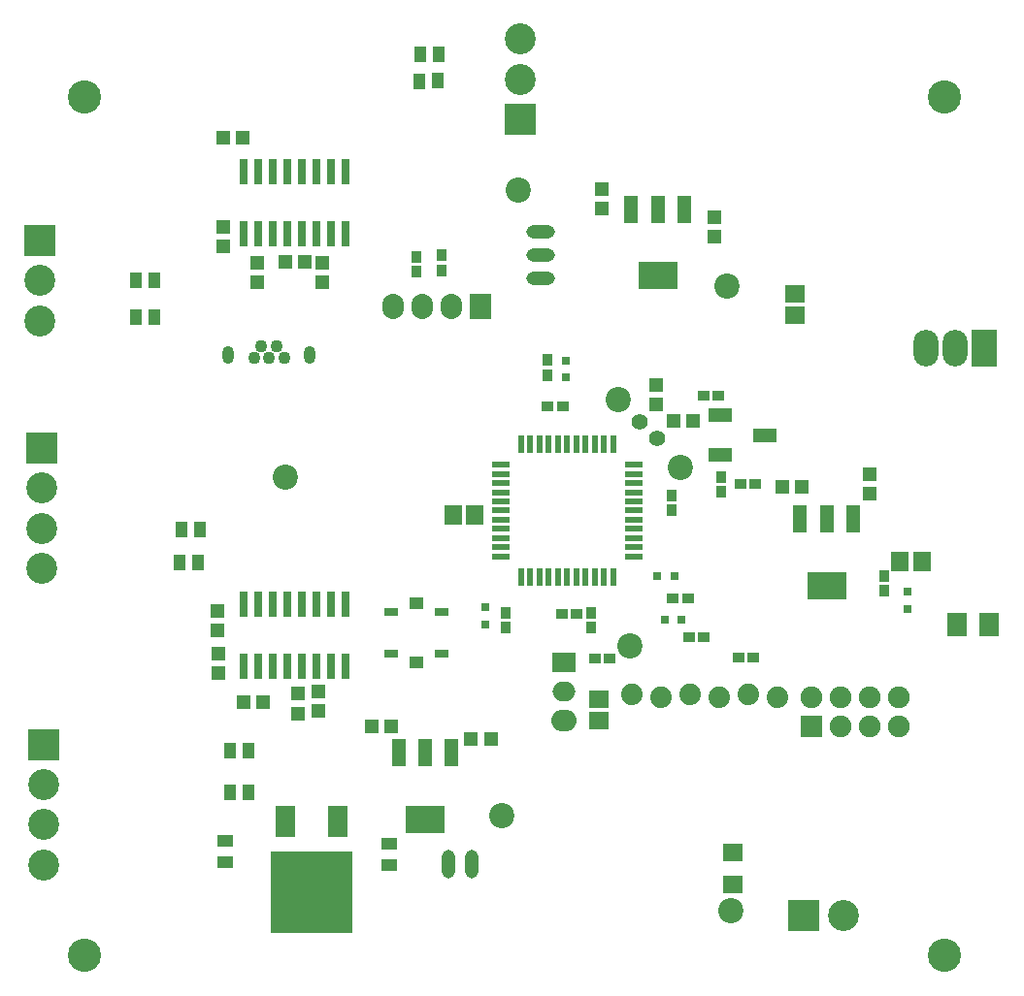
<source format=gts>
G04 DipTrace 3.3.1.3*
G04 HypermaqBottomsidev0.1.gts*
%MOMM*%
G04 #@! TF.FileFunction,Soldermask,Top*
G04 #@! TF.Part,Single*
%AMOUTLINE1*
4,1,4,
-0.55008,-0.45008,
-0.55008,0.45008,
0.55008,0.45008,
0.55008,-0.45008,
-0.55008,-0.45008,
0*%
%AMOUTLINE4*
4,1,4,
0.45008,-0.55008,
-0.45008,-0.55008,
-0.45008,0.55008,
0.45008,0.55008,
0.45008,-0.55008,
0*%
%AMOUTLINE7*
4,1,4,
1.00008,-0.60008,
-1.00008,-0.60008,
-1.00008,0.60008,
1.00008,0.60008,
1.00008,-0.60008,
0*%
%ADD45R,1.8X1.6*%
%ADD46R,0.8X0.8*%
%ADD57O,2.0X1.7*%
%ADD58R,2.0X1.7*%
%ADD61C,1.8796*%
%ADD70R,1.5X0.5*%
%ADD71R,0.5X1.5*%
%ADD77O,1.2X2.5*%
%ADD84O,2.5X1.2*%
%ADD87C,2.9*%
%ADD96C,1.40015*%
%ADD100R,3.45015X2.35015*%
%ADD102R,1.15015X2.35015*%
%ADD104O,2.20015X3.20015*%
%ADD106R,2.20015X3.20015*%
%ADD110C,3.20015*%
%ADD112R,7.20015X7.20015*%
%ADD114R,1.70015X2.70015*%
%ADD120R,0.80015X2.20015*%
%ADD122C,1.90015*%
%ADD124R,1.90015X1.90015*%
%ADD126R,1.20015X1.00015*%
%ADD128R,1.20015X0.80015*%
%ADD130R,1.00015X1.40015*%
%ADD136O,2.20015X1.90015*%
%ADD138O,1.00015X1.55015*%
%ADD140C,1.10015*%
%ADD142R,2.70015X2.70015*%
%ADD144C,2.70015*%
%ADD146R,1.90015X2.20015*%
%ADD148O,1.90015X2.20015*%
%ADD152C,2.20015*%
%ADD156R,1.40015X1.00015*%
%ADD158R,1.80015X2.00015*%
%ADD160R,1.50015X1.70015*%
%ADD162R,0.90015X1.10015*%
%ADD164R,1.10015X0.90015*%
%ADD166R,1.70015X1.50015*%
%ADD168R,1.30015X1.20015*%
%ADD170R,1.20015X1.30015*%
%ADD177OUTLINE1*%
%ADD180OUTLINE4*%
%ADD183OUTLINE7*%
%FSLAX35Y35*%
G04*
G71*
G90*
G75*
G01*
G04 TopMask*
%LPD*%
D170*
X3036500Y3306373D3*
Y3136373D3*
X3074500Y7049253D3*
Y6879253D3*
X2206623Y7366000D3*
Y7196000D3*
D168*
X2745623Y7054247D3*
X2915623D3*
X2206623Y8143877D3*
X2376623D3*
D170*
X2505623Y7049253D3*
Y6879253D3*
D168*
X2555873Y3211497D3*
X2385873D3*
D170*
X2861873Y3115877D3*
Y3285877D3*
X2153123Y3840500D3*
Y4010500D3*
D166*
X5481000Y3242620D3*
Y3052620D3*
D170*
X2163373Y3639747D3*
Y3469747D3*
X5983623Y5979000D3*
Y5809000D3*
D168*
X6306750Y5671750D3*
X6136750D3*
D164*
X5036750Y5798750D3*
X5166750D3*
D162*
X6116250Y5020877D3*
Y4890877D3*
D164*
X5159373Y3984627D3*
X5289373D3*
D160*
X4401753Y4846250D3*
X4211753D3*
D158*
X8890000Y3889377D3*
X8610000D3*
D160*
X8302623Y4445003D3*
X8112623D3*
D168*
X4370000Y2893623D3*
X4540000D3*
D170*
X7842250Y5032377D3*
Y5202377D3*
D168*
X7254873Y5095873D3*
X7084873D3*
X3671500Y3004747D3*
X3501500D3*
D170*
X6492873Y7445373D3*
Y7275373D3*
X5508623Y7524750D3*
Y7694750D3*
D156*
X2222500Y2000253D3*
Y1820253D3*
X3651250Y1793877D3*
Y1973877D3*
D166*
X7191623Y6778377D3*
Y6588377D3*
D45*
X6651623Y1899250D3*
Y1619250D3*
D152*
X4635500Y2222500D3*
X6635750Y1397003D3*
X6604000Y6842127D3*
X2746373Y5175250D3*
X4778373Y7683500D3*
D46*
X4497000Y3893753D3*
Y4043753D3*
D148*
X3687373Y6671873D3*
X3941373D3*
X4195373D3*
D146*
X4449373D3*
D144*
X7620000Y1349377D3*
D142*
X7270000D3*
D144*
X626750Y4380373D3*
Y4730373D3*
Y5080373D3*
D142*
Y5430373D3*
D144*
X642627Y1794247D3*
Y2144247D3*
Y2494247D3*
D142*
Y2844247D3*
D144*
X4794250Y9001127D3*
Y8651127D3*
D142*
Y8301127D3*
D140*
X2476500Y6223003D3*
D138*
X2964000Y6245003D3*
D140*
X2671500Y6323003D3*
X2606500Y6223003D3*
X2736500D3*
X2541500Y6323003D3*
D138*
X2249500Y6245003D3*
D136*
X5179623Y3052377D3*
D57*
Y3306377D3*
D58*
Y3560377D3*
D61*
X7041500Y3252250D3*
X6787500Y3277650D3*
X6533500Y3252250D3*
X6279500Y3277650D3*
X6025500Y3252250D3*
X5771500Y3277650D3*
D144*
X607620Y6544873D3*
Y6894873D3*
D142*
Y7244873D3*
D130*
X3929060Y8866187D3*
X4089060Y8866887D3*
X3921123Y8636000D3*
X4081123Y8636700D3*
X1988753Y4433497D3*
X1828753Y4432797D3*
X2004623Y4719250D3*
X1844623Y4718550D3*
X2424753Y2429997D3*
X2264753Y2429297D3*
X2424753Y2790000D3*
X2264753Y2789300D3*
X1603377Y6572250D3*
X1443377Y6571550D3*
X1607753Y6894123D3*
X1447753Y6893423D3*
D46*
X5195500Y6195623D3*
Y6045623D3*
X8175623Y4175127D3*
Y4025127D3*
X6143623Y4318003D3*
X5993623D3*
D164*
X5449500Y3592123D3*
X5579500D3*
D162*
X5419750Y3992250D3*
Y3862250D3*
D164*
X6699750Y3602250D3*
X6829750D3*
X6259123Y4116000D3*
X6129123D3*
X6402000Y3782623D3*
X6272000D3*
D162*
X3893753Y6973500D3*
Y7103500D3*
X4109750Y6982250D3*
Y7112250D3*
X5036750Y6068623D3*
Y6198623D3*
X4671623Y3992000D3*
Y3862000D3*
X7969250Y4318000D3*
Y4188000D3*
D177*
X6397623Y5889627D3*
X6527623D3*
D180*
X6546377Y5051123D3*
Y5181123D3*
D164*
X6848000Y5117623D3*
X6718000D3*
D128*
X4116000Y4004877D3*
X3676000D3*
Y3634877D3*
X4116000D3*
D126*
X3896000Y4079877D3*
Y3559877D3*
D183*
X6544873Y5719377D3*
X6934873Y5544377D3*
X6544873Y5369377D3*
D46*
X6207123Y3937000D3*
X6057123D3*
D124*
X7338623Y3004750D3*
D122*
Y3258750D3*
X7592623Y3004750D3*
Y3258750D3*
X7846623Y3004750D3*
Y3258750D3*
X8100623Y3004750D3*
Y3258750D3*
D152*
X5751127Y3703247D3*
X6195623Y5258997D3*
X5649750Y5852250D3*
D120*
X2385627Y7306877D3*
X2512627D3*
X2639627D3*
X2766627D3*
X2893627D3*
X3020627D3*
X3147627D3*
X3274627D3*
Y7846877D3*
X3147627D3*
X3020627D3*
X2893627D3*
X2766627D3*
X2639627D3*
X2512627D3*
X2385627D3*
Y3528627D3*
X2512627D3*
X2639627D3*
X2766627D3*
X2893627D3*
X3020627D3*
X3147627D3*
X3274627D3*
Y4068627D3*
X3147627D3*
X3020627D3*
X2893627D3*
X2766627D3*
X2639627D3*
X2512627D3*
X2385627D3*
D70*
X4626753Y5286250D3*
Y5206250D3*
Y5126250D3*
Y5046250D3*
Y4966250D3*
Y4886250D3*
Y4806250D3*
Y4726250D3*
Y4646250D3*
Y4566250D3*
Y4486250D3*
D71*
X4806753Y4306250D3*
X4886753D3*
X4966753D3*
X5046753D3*
X5126753D3*
X5206753D3*
X5286753D3*
X5366753D3*
X5446753D3*
X5526753D3*
X5606753D3*
D70*
X5786753Y4486250D3*
Y4566250D3*
Y4646250D3*
Y4726250D3*
Y4806250D3*
Y4886250D3*
Y4966250D3*
Y5046250D3*
Y5126250D3*
Y5206250D3*
Y5286250D3*
D71*
X5606753Y5466250D3*
X5526753D3*
X5446753D3*
X5366753D3*
X5286753D3*
X5206753D3*
X5126753D3*
X5046753D3*
X4966753D3*
X4886753D3*
X4806753D3*
D114*
X3206750Y2174877D3*
X2746750D3*
D112*
X2976750Y1549877D3*
D110*
D3*
D77*
X4175283Y1801350D3*
X4375283D3*
D106*
X8842373Y6302377D3*
D104*
X8588373D3*
X8334373D3*
D102*
X7699373Y4810127D3*
X7469373D3*
X7239373D3*
D100*
X7469373Y4230127D3*
D102*
X4199750Y2772250D3*
X3969750D3*
X3739750D3*
D100*
X3969750Y2192250D3*
D84*
X4973250Y7116377D3*
Y6916377D3*
Y7316377D3*
D102*
X6227250Y7517000D3*
X5997250D3*
X5767250D3*
D100*
X5997250Y6937000D3*
D96*
X5839750Y5662247D3*
X5988243Y5513753D3*
D87*
X1000000Y8500000D3*
X8500000D3*
Y1000000D3*
X1000000D3*
M02*

</source>
